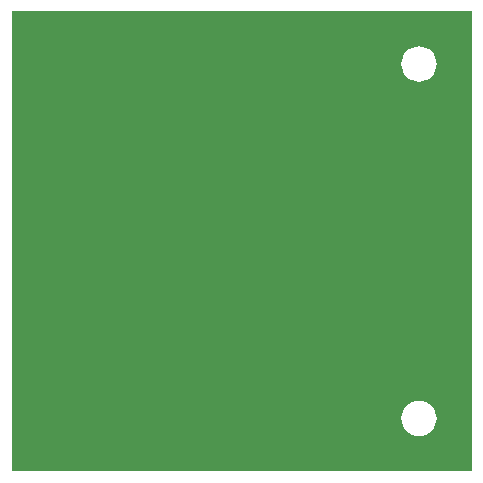
<source format=gbl>
G04*
G04 #@! TF.GenerationSoftware,Altium Limited,CircuitStudio,1.5.2 (30)*
G04*
G04 Layer_Physical_Order=2*
G04 Layer_Color=16711680*
%FSLAX24Y24*%
%MOIN*%
G70*
G01*
G75*
%ADD22C,0.0276*%
G36*
X15551Y197D02*
X197D01*
Y15551D01*
X15551D01*
Y197D01*
D02*
G37*
%LPC*%
G36*
X13780Y2562D02*
X13664Y2551D01*
X13552Y2517D01*
X13450Y2462D01*
X13360Y2388D01*
X13286Y2298D01*
X13231Y2196D01*
X13198Y2084D01*
X13186Y1969D01*
X13198Y1853D01*
X13231Y1741D01*
X13286Y1639D01*
X13360Y1549D01*
X13450Y1475D01*
X13552Y1420D01*
X13664Y1387D01*
X13780Y1375D01*
X13895Y1387D01*
X14007Y1420D01*
X14109Y1475D01*
X14199Y1549D01*
X14273Y1639D01*
X14328Y1741D01*
X14362Y1853D01*
X14373Y1969D01*
X14362Y2084D01*
X14328Y2196D01*
X14273Y2298D01*
X14199Y2388D01*
X14109Y2462D01*
X14007Y2517D01*
X13895Y2551D01*
X13780Y2562D01*
D02*
G37*
G36*
Y14373D02*
X13664Y14362D01*
X13552Y14328D01*
X13450Y14273D01*
X13360Y14199D01*
X13286Y14109D01*
X13231Y14007D01*
X13198Y13895D01*
X13186Y13780D01*
X13198Y13664D01*
X13231Y13552D01*
X13286Y13450D01*
X13360Y13360D01*
X13450Y13286D01*
X13552Y13231D01*
X13664Y13198D01*
X13780Y13186D01*
X13895Y13198D01*
X14007Y13231D01*
X14109Y13286D01*
X14199Y13360D01*
X14273Y13450D01*
X14328Y13552D01*
X14362Y13664D01*
X14373Y13780D01*
X14362Y13895D01*
X14328Y14007D01*
X14273Y14109D01*
X14199Y14199D01*
X14109Y14273D01*
X14007Y14328D01*
X13895Y14362D01*
X13780Y14373D01*
D02*
G37*
%LPD*%
D22*
X9567Y14409D02*
D03*
X7963Y728D02*
D03*
X8396D02*
D03*
X9341Y5118D02*
D03*
X8996Y5453D02*
D03*
X8327Y5443D02*
D03*
X7992Y5118D02*
D03*
X8504Y9380D02*
D03*
X9173Y9390D02*
D03*
X8071Y12874D02*
D03*
X8386Y13150D02*
D03*
X8937D02*
D03*
X9252Y12874D02*
D03*
Y14685D02*
D03*
X8937Y14409D02*
D03*
X8081Y14685D02*
D03*
X8386Y14409D02*
D03*
X3140Y5207D02*
D03*
Y6604D02*
D03*
X3150Y5906D02*
D03*
Y2579D02*
D03*
X3140Y1181D02*
D03*
X8898Y2756D02*
D03*
X8858Y1191D02*
D03*
X7756Y14409D02*
D03*
X9567Y13150D02*
D03*
X9843Y5118D02*
D03*
X7480D02*
D03*
X7756Y13150D02*
D03*
X9843Y9055D02*
D03*
X9055D02*
D03*
X8268D02*
D03*
X7480D02*
D03*
Y2756D02*
D03*
Y1181D02*
D03*
X15354Y1969D02*
D03*
X14567D02*
D03*
X12992D02*
D03*
X12205D02*
D03*
X11417D02*
D03*
X10630D02*
D03*
X8268Y2756D02*
D03*
X10630D02*
D03*
X11417D02*
D03*
X12205D02*
D03*
X12992D02*
D03*
X13780D02*
D03*
X14567D02*
D03*
X15354D02*
D03*
Y3543D02*
D03*
X14567D02*
D03*
X12992D02*
D03*
X13780D02*
D03*
X12205D02*
D03*
X11417D02*
D03*
X9843D02*
D03*
X10630D02*
D03*
X9055D02*
D03*
X8268D02*
D03*
X7480D02*
D03*
X6693D02*
D03*
Y4331D02*
D03*
X7480D02*
D03*
X8268D02*
D03*
X9055D02*
D03*
X10630D02*
D03*
X9843D02*
D03*
X11417D02*
D03*
X12205D02*
D03*
X12992D02*
D03*
X13780D02*
D03*
X14567D02*
D03*
X15354D02*
D03*
Y5118D02*
D03*
X14567D02*
D03*
X13780D02*
D03*
X12992D02*
D03*
X12205D02*
D03*
X11417D02*
D03*
Y5906D02*
D03*
X12205D02*
D03*
X12992D02*
D03*
X14567D02*
D03*
X13780D02*
D03*
X15354D02*
D03*
Y6693D02*
D03*
X14567D02*
D03*
X13780D02*
D03*
X12992D02*
D03*
X12205D02*
D03*
X11417D02*
D03*
X9843D02*
D03*
X7480D02*
D03*
X9055D02*
D03*
X8268D02*
D03*
X6693Y7480D02*
D03*
X7480D02*
D03*
X8268D02*
D03*
X9055D02*
D03*
X9843D02*
D03*
X10630D02*
D03*
X11417D02*
D03*
X12992D02*
D03*
X12205D02*
D03*
X13780D02*
D03*
X14567D02*
D03*
X15354D02*
D03*
X14567Y8268D02*
D03*
X12992D02*
D03*
X13780D02*
D03*
X12205D02*
D03*
X10630D02*
D03*
X11417D02*
D03*
X9843D02*
D03*
X8268D02*
D03*
X9055D02*
D03*
X7480D02*
D03*
X6693D02*
D03*
X12205Y9055D02*
D03*
X12992D02*
D03*
X14567D02*
D03*
X13780D02*
D03*
X15354D02*
D03*
Y8268D02*
D03*
X12205Y9843D02*
D03*
X13780D02*
D03*
X12992D02*
D03*
X14567D02*
D03*
X15354D02*
D03*
Y10630D02*
D03*
X14567D02*
D03*
X13780D02*
D03*
X12992D02*
D03*
X12205D02*
D03*
X7480D02*
D03*
X9843D02*
D03*
X9055D02*
D03*
X8268D02*
D03*
X6693Y11417D02*
D03*
X7480D02*
D03*
X8268D02*
D03*
X9055D02*
D03*
X9843D02*
D03*
X10630D02*
D03*
X12205D02*
D03*
X11417D02*
D03*
X12992D02*
D03*
X13780D02*
D03*
X14567D02*
D03*
X15354D02*
D03*
Y12205D02*
D03*
X14567D02*
D03*
X13780D02*
D03*
X12992D02*
D03*
X11417D02*
D03*
X12205D02*
D03*
X10630D02*
D03*
X9843D02*
D03*
X9055D02*
D03*
X8268D02*
D03*
X7480D02*
D03*
X6693D02*
D03*
X13780Y12992D02*
D03*
X14567D02*
D03*
X15354D02*
D03*
X14567Y13780D02*
D03*
X15354D02*
D03*
Y14567D02*
D03*
X14567D02*
D03*
X13780D02*
D03*
X12992D02*
D03*
Y13780D02*
D03*
Y12992D02*
D03*
X12205D02*
D03*
Y13780D02*
D03*
Y14567D02*
D03*
X11417Y12992D02*
D03*
Y13780D02*
D03*
Y14567D02*
D03*
X6693Y15354D02*
D03*
X7480D02*
D03*
X8268D02*
D03*
X9055D02*
D03*
X9843D02*
D03*
X10630D02*
D03*
X11417D02*
D03*
X12992D02*
D03*
X12205D02*
D03*
X13780D02*
D03*
X14567D02*
D03*
X15354D02*
D03*
X3543Y14567D02*
D03*
X2756D02*
D03*
Y13780D02*
D03*
X3543D02*
D03*
Y12992D02*
D03*
X2756D02*
D03*
X394D02*
D03*
Y13780D02*
D03*
Y14567D02*
D03*
Y15354D02*
D03*
X1181D02*
D03*
X1969D02*
D03*
X2756D02*
D03*
X3543D02*
D03*
X4331D02*
D03*
X5118D02*
D03*
X5906D02*
D03*
Y14567D02*
D03*
Y13780D02*
D03*
Y12992D02*
D03*
Y12205D02*
D03*
X5118D02*
D03*
X4331D02*
D03*
X3543D02*
D03*
X2756D02*
D03*
X1969D02*
D03*
X1181D02*
D03*
X394D02*
D03*
X3543Y10630D02*
D03*
X2756D02*
D03*
Y9843D02*
D03*
X3543D02*
D03*
Y9055D02*
D03*
X2756D02*
D03*
X394D02*
D03*
Y9843D02*
D03*
Y10630D02*
D03*
Y11417D02*
D03*
X1181D02*
D03*
X1969D02*
D03*
X2756D02*
D03*
X3543D02*
D03*
X4331D02*
D03*
X5118D02*
D03*
X5906D02*
D03*
Y10630D02*
D03*
Y9843D02*
D03*
Y9055D02*
D03*
Y8268D02*
D03*
X5118D02*
D03*
X4331D02*
D03*
X3543D02*
D03*
X2756D02*
D03*
X1969D02*
D03*
X1181D02*
D03*
X394D02*
D03*
X5906Y6693D02*
D03*
Y5906D02*
D03*
Y7480D02*
D03*
X5118D02*
D03*
X3543D02*
D03*
X4331D02*
D03*
X2756D02*
D03*
X1969D02*
D03*
X1181D02*
D03*
X394D02*
D03*
Y6693D02*
D03*
Y5906D02*
D03*
Y5118D02*
D03*
Y4331D02*
D03*
X1181D02*
D03*
X1969D02*
D03*
X2756D02*
D03*
X3543D02*
D03*
X4331D02*
D03*
X5118D02*
D03*
X5906D02*
D03*
Y5118D02*
D03*
Y3543D02*
D03*
Y2756D02*
D03*
Y1969D02*
D03*
X5118D02*
D03*
Y2756D02*
D03*
Y3543D02*
D03*
X4331D02*
D03*
X3543D02*
D03*
X2756D02*
D03*
X1969D02*
D03*
X1181D02*
D03*
X394D02*
D03*
Y2756D02*
D03*
X1181D02*
D03*
Y1969D02*
D03*
X394D02*
D03*
Y1181D02*
D03*
X1181D02*
D03*
X5118D02*
D03*
X5906D02*
D03*
X10630D02*
D03*
X11417D02*
D03*
X12205D02*
D03*
X12992D02*
D03*
X13780D02*
D03*
X14567D02*
D03*
X15354D02*
D03*
Y394D02*
D03*
X14567D02*
D03*
X13780D02*
D03*
X12992D02*
D03*
X12205D02*
D03*
X11417D02*
D03*
X10630D02*
D03*
X9843D02*
D03*
X9055D02*
D03*
X8268D02*
D03*
X7480D02*
D03*
X6693D02*
D03*
X5906D02*
D03*
X5118D02*
D03*
X4331D02*
D03*
X3543D02*
D03*
X2756D02*
D03*
X1969D02*
D03*
X1181D02*
D03*
X394D02*
D03*
M02*

</source>
